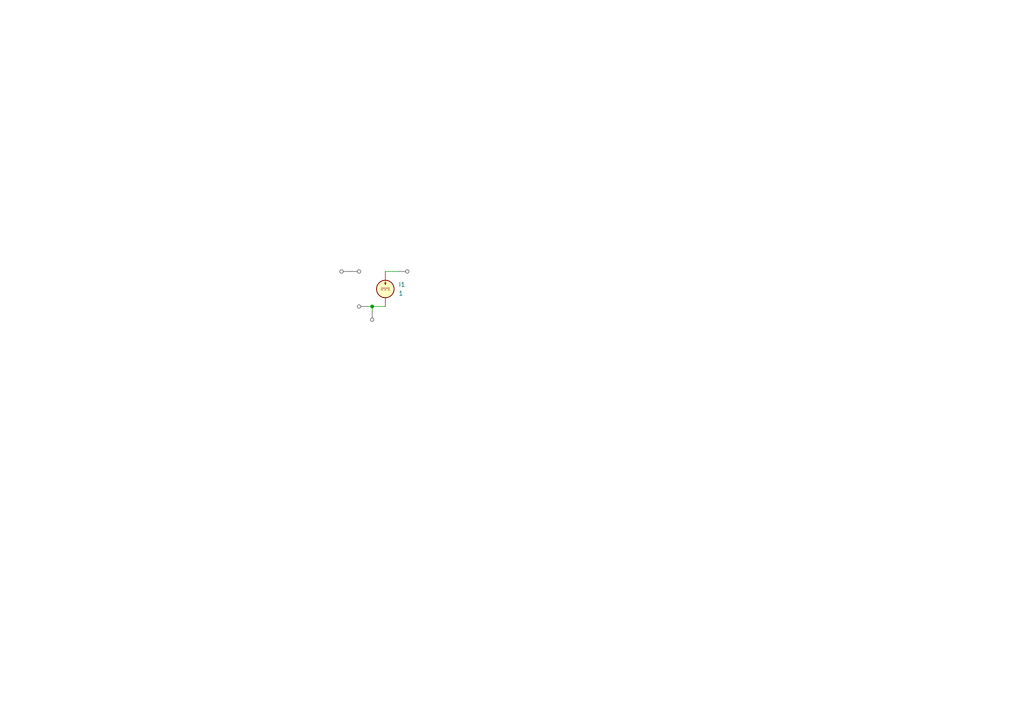
<source format=kicad_sch>
(kicad_sch (version 20250114) (generator "eeschema") (generator_version "9.0")
  (paper "A4")
  (lib_symbols
    (symbol "Simulation_SPICE:IDC" (pin_numbers (hide yes)) (pin_names (offset 0.0254))
      (property "Reference" "I" (at 2.54 2.54 0))
      (property "Value" "1" (at 2.54 0 0))
      (symbol "IDC_0_0"
        (polyline (pts (xy -1.27 0.254) (xy 1.27 0.254)))
        (polyline (pts (xy -0.762 -0.254) (xy -1.27 -0.254)))
        (polyline (pts (xy 0.254 -0.254) (xy -0.254 -0.254)))
        (polyline (pts (xy 1.27 -0.254) (xy 0.762 -0.254)))
      )
      (symbol "IDC_0_1"
        (polyline (pts (xy -0.254 1.778) (xy 0 1.27) (xy 0.254 1.778)))
        (polyline (pts (xy 0 1.27) (xy 0 2.286)))
        (circle (center 0 0) (radius 2.54) (stroke (width 0.254)) (fill (type background)))
      )
      (symbol "IDC_1_1"
        (pin passive line (at 0 5.08 270) (length 2.54) (name "~") (number "1"))
        (pin passive line (at 0 -5.08 90) (length 2.54) (name "~") (number "2"))
      )
    )
  )
  (junction (at 107.95 88.9))
  (wire (pts (xy 111.76 78.74) (xy 115.57 78.74)))
  (wire (pts (xy 106.68 88.9) (xy 107.95 88.9)))
  (wire (pts (xy 107.95 88.9) (xy 107.95 90.17)))
  (wire (pts (xy 107.95 88.9) (xy 111.76 88.9)))
  (netclass_flag "" (length 2.54) (shape round) (at 106.68 88.9 90))
  (netclass_flag "" (length 2.54) (shape round) (at 107.95 90.17 180) (property "Netclass" "D" (effects (hide yes))))
  (netclass_flag "" (length 2.54) (shape round) (at 115.57 78.74 270) (property "Netclass" "D" (effects (hide yes))))
  (netclass_flag "" (length 2.54) (shape round) (at 101.6 78.74 270))
  (netclass_flag "" (length 2.54) (shape round) (at 101.6 78.74 90) (property "Netclass" "G" (effects (hide yes))))
  (symbol (lib_id "Simulation_SPICE:IDC") (at 111.76 83.82 0) (unit 1)
    (property "Reference" "I1" (at 115.57 82.5499 0) (effects (justify left)))
    (property "Value" "1" (at 115.57 85.0899 0) (effects (justify left)))
    (property "Datasheet" "https://ngspice.sourceforge.io/docs/ngspice-html-manual/manual.xhtml#sec_Independent_Sources_for" (effects (hide yes)))
    (property "Description" "Current source, DC" (effects (hide yes)))
    (property "Sim.Pins" "1=+ 2=-" (effects (hide yes)))
    (property "Sim.Type" "DC" (effects (hide yes)))
    (property "Sim.Device" "I" (effects (hide yes)))
  )
)
</source>
